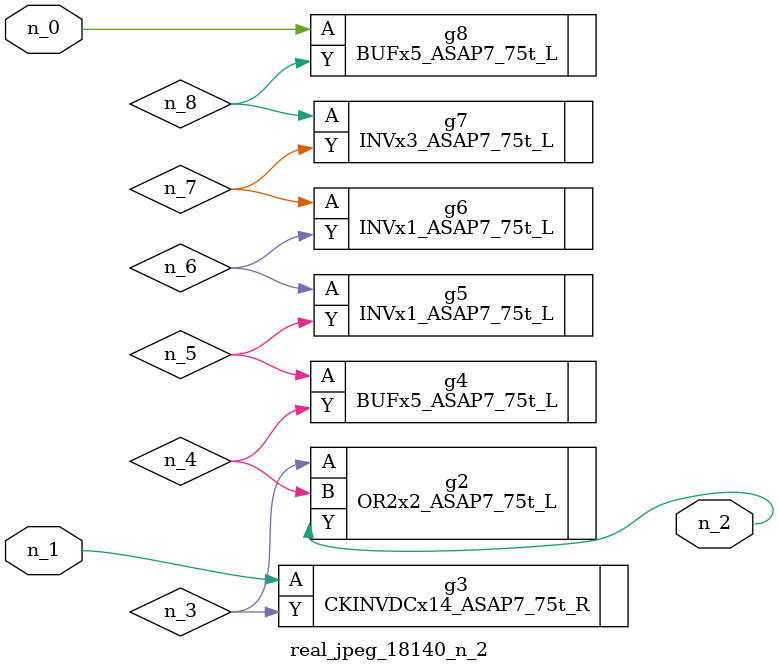
<source format=v>
module real_jpeg_18140_n_2 (n_1, n_0, n_2);

input n_1;
input n_0;

output n_2;

wire n_5;
wire n_4;
wire n_8;
wire n_6;
wire n_7;
wire n_3;

BUFx5_ASAP7_75t_L g8 ( 
.A(n_0),
.Y(n_8)
);

CKINVDCx14_ASAP7_75t_R g3 ( 
.A(n_1),
.Y(n_3)
);

OR2x2_ASAP7_75t_L g2 ( 
.A(n_3),
.B(n_4),
.Y(n_2)
);

BUFx5_ASAP7_75t_L g4 ( 
.A(n_5),
.Y(n_4)
);

INVx1_ASAP7_75t_L g5 ( 
.A(n_6),
.Y(n_5)
);

INVx1_ASAP7_75t_L g6 ( 
.A(n_7),
.Y(n_6)
);

INVx3_ASAP7_75t_L g7 ( 
.A(n_8),
.Y(n_7)
);


endmodule
</source>
